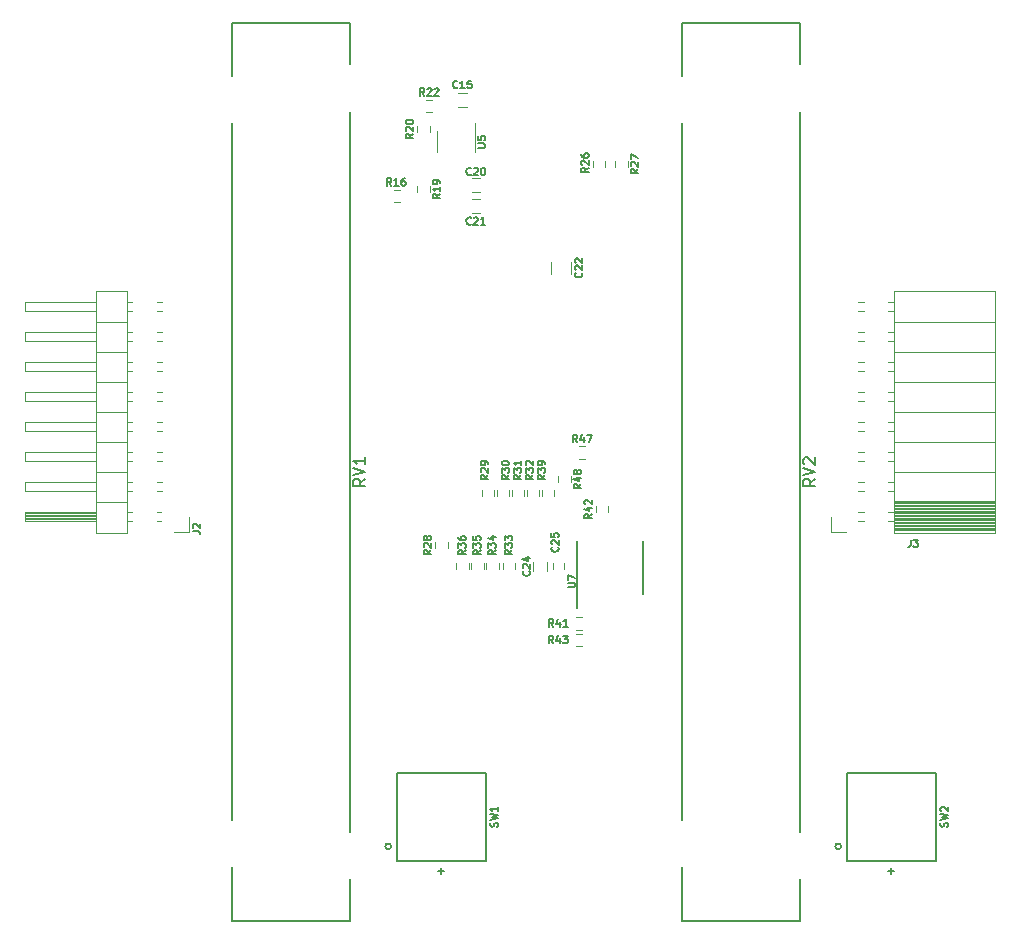
<source format=gbr>
G04 #@! TF.FileFunction,Legend,Top*
%FSLAX46Y46*%
G04 Gerber Fmt 4.6, Leading zero omitted, Abs format (unit mm)*
G04 Created by KiCad (PCBNEW 4.0.7) date Fri Jul 13 22:00:20 2018*
%MOMM*%
%LPD*%
G01*
G04 APERTURE LIST*
%ADD10C,0.100000*%
%ADD11C,0.120000*%
%ADD12C,0.150000*%
%ADD13C,0.127000*%
G04 APERTURE END LIST*
D10*
D11*
X144950000Y-70774000D02*
X145650000Y-70774000D01*
X145650000Y-71974000D02*
X144950000Y-71974000D01*
X146781000Y-79213000D02*
X146081000Y-79213000D01*
X146081000Y-78013000D02*
X146781000Y-78013000D01*
X146781000Y-80991000D02*
X146081000Y-80991000D01*
X146081000Y-79791000D02*
X146781000Y-79791000D01*
X116924000Y-108010000D02*
X116924000Y-87570000D01*
X116924000Y-87570000D02*
X114264000Y-87570000D01*
X114264000Y-87570000D02*
X114264000Y-108010000D01*
X114264000Y-108010000D02*
X116924000Y-108010000D01*
X114264000Y-107060000D02*
X108264000Y-107060000D01*
X108264000Y-107060000D02*
X108264000Y-106300000D01*
X108264000Y-106300000D02*
X114264000Y-106300000D01*
X114264000Y-107000000D02*
X108264000Y-107000000D01*
X114264000Y-106880000D02*
X108264000Y-106880000D01*
X114264000Y-106760000D02*
X108264000Y-106760000D01*
X114264000Y-106640000D02*
X108264000Y-106640000D01*
X114264000Y-106520000D02*
X108264000Y-106520000D01*
X114264000Y-106400000D02*
X108264000Y-106400000D01*
X117321071Y-107060000D02*
X116924000Y-107060000D01*
X117321071Y-106300000D02*
X116924000Y-106300000D01*
X119794000Y-107060000D02*
X119406929Y-107060000D01*
X119794000Y-106300000D02*
X119406929Y-106300000D01*
X116924000Y-105410000D02*
X114264000Y-105410000D01*
X114264000Y-104520000D02*
X108264000Y-104520000D01*
X108264000Y-104520000D02*
X108264000Y-103760000D01*
X108264000Y-103760000D02*
X114264000Y-103760000D01*
X117321071Y-104520000D02*
X116924000Y-104520000D01*
X117321071Y-103760000D02*
X116924000Y-103760000D01*
X119861071Y-104520000D02*
X119406929Y-104520000D01*
X119861071Y-103760000D02*
X119406929Y-103760000D01*
X116924000Y-102870000D02*
X114264000Y-102870000D01*
X114264000Y-101980000D02*
X108264000Y-101980000D01*
X108264000Y-101980000D02*
X108264000Y-101220000D01*
X108264000Y-101220000D02*
X114264000Y-101220000D01*
X117321071Y-101980000D02*
X116924000Y-101980000D01*
X117321071Y-101220000D02*
X116924000Y-101220000D01*
X119861071Y-101980000D02*
X119406929Y-101980000D01*
X119861071Y-101220000D02*
X119406929Y-101220000D01*
X116924000Y-100330000D02*
X114264000Y-100330000D01*
X114264000Y-99440000D02*
X108264000Y-99440000D01*
X108264000Y-99440000D02*
X108264000Y-98680000D01*
X108264000Y-98680000D02*
X114264000Y-98680000D01*
X117321071Y-99440000D02*
X116924000Y-99440000D01*
X117321071Y-98680000D02*
X116924000Y-98680000D01*
X119861071Y-99440000D02*
X119406929Y-99440000D01*
X119861071Y-98680000D02*
X119406929Y-98680000D01*
X116924000Y-97790000D02*
X114264000Y-97790000D01*
X114264000Y-96900000D02*
X108264000Y-96900000D01*
X108264000Y-96900000D02*
X108264000Y-96140000D01*
X108264000Y-96140000D02*
X114264000Y-96140000D01*
X117321071Y-96900000D02*
X116924000Y-96900000D01*
X117321071Y-96140000D02*
X116924000Y-96140000D01*
X119861071Y-96900000D02*
X119406929Y-96900000D01*
X119861071Y-96140000D02*
X119406929Y-96140000D01*
X116924000Y-95250000D02*
X114264000Y-95250000D01*
X114264000Y-94360000D02*
X108264000Y-94360000D01*
X108264000Y-94360000D02*
X108264000Y-93600000D01*
X108264000Y-93600000D02*
X114264000Y-93600000D01*
X117321071Y-94360000D02*
X116924000Y-94360000D01*
X117321071Y-93600000D02*
X116924000Y-93600000D01*
X119861071Y-94360000D02*
X119406929Y-94360000D01*
X119861071Y-93600000D02*
X119406929Y-93600000D01*
X116924000Y-92710000D02*
X114264000Y-92710000D01*
X114264000Y-91820000D02*
X108264000Y-91820000D01*
X108264000Y-91820000D02*
X108264000Y-91060000D01*
X108264000Y-91060000D02*
X114264000Y-91060000D01*
X117321071Y-91820000D02*
X116924000Y-91820000D01*
X117321071Y-91060000D02*
X116924000Y-91060000D01*
X119861071Y-91820000D02*
X119406929Y-91820000D01*
X119861071Y-91060000D02*
X119406929Y-91060000D01*
X116924000Y-90170000D02*
X114264000Y-90170000D01*
X114264000Y-89280000D02*
X108264000Y-89280000D01*
X108264000Y-89280000D02*
X108264000Y-88520000D01*
X108264000Y-88520000D02*
X114264000Y-88520000D01*
X117321071Y-89280000D02*
X116924000Y-89280000D01*
X117321071Y-88520000D02*
X116924000Y-88520000D01*
X119861071Y-89280000D02*
X119406929Y-89280000D01*
X119861071Y-88520000D02*
X119406929Y-88520000D01*
X122174000Y-106680000D02*
X122174000Y-107950000D01*
X122174000Y-107950000D02*
X120904000Y-107950000D01*
X181800000Y-108010000D02*
X181800000Y-105410000D01*
X181800000Y-105410000D02*
X190430000Y-105410000D01*
X190430000Y-105410000D02*
X190430000Y-108010000D01*
X190430000Y-108010000D02*
X181800000Y-108010000D01*
X181370000Y-107060000D02*
X181800000Y-107060000D01*
X181370000Y-106300000D02*
X181800000Y-106300000D01*
X178830000Y-107060000D02*
X179310000Y-107060000D01*
X178830000Y-106300000D02*
X179310000Y-106300000D01*
X181800000Y-107830000D02*
X190430000Y-107830000D01*
X181800000Y-107710000D02*
X190430000Y-107710000D01*
X181800000Y-107590000D02*
X190430000Y-107590000D01*
X181800000Y-107470000D02*
X190430000Y-107470000D01*
X181800000Y-107350000D02*
X190430000Y-107350000D01*
X181800000Y-107230000D02*
X190430000Y-107230000D01*
X181800000Y-107110000D02*
X190430000Y-107110000D01*
X181800000Y-106990000D02*
X190430000Y-106990000D01*
X181800000Y-106870000D02*
X190430000Y-106870000D01*
X181800000Y-106750000D02*
X190430000Y-106750000D01*
X181800000Y-106630000D02*
X190430000Y-106630000D01*
X181800000Y-106510000D02*
X190430000Y-106510000D01*
X181800000Y-106390000D02*
X190430000Y-106390000D01*
X181800000Y-106270000D02*
X190430000Y-106270000D01*
X181800000Y-106150000D02*
X190430000Y-106150000D01*
X181800000Y-106030000D02*
X190430000Y-106030000D01*
X181800000Y-105910000D02*
X190430000Y-105910000D01*
X181800000Y-105790000D02*
X190430000Y-105790000D01*
X181800000Y-105670000D02*
X190430000Y-105670000D01*
X181800000Y-105550000D02*
X190430000Y-105550000D01*
X181800000Y-105430000D02*
X190430000Y-105430000D01*
X181800000Y-105310000D02*
X190430000Y-105310000D01*
X181800000Y-105410000D02*
X181800000Y-102870000D01*
X181800000Y-102870000D02*
X190430000Y-102870000D01*
X190430000Y-102870000D02*
X190430000Y-105410000D01*
X190430000Y-105410000D02*
X181800000Y-105410000D01*
X181370000Y-104520000D02*
X181800000Y-104520000D01*
X181370000Y-103760000D02*
X181800000Y-103760000D01*
X178830000Y-104520000D02*
X179310000Y-104520000D01*
X178830000Y-103760000D02*
X179310000Y-103760000D01*
X181800000Y-102870000D02*
X181800000Y-100330000D01*
X181800000Y-100330000D02*
X190430000Y-100330000D01*
X190430000Y-100330000D02*
X190430000Y-102870000D01*
X190430000Y-102870000D02*
X181800000Y-102870000D01*
X181370000Y-101980000D02*
X181800000Y-101980000D01*
X181370000Y-101220000D02*
X181800000Y-101220000D01*
X178830000Y-101980000D02*
X179310000Y-101980000D01*
X178830000Y-101220000D02*
X179310000Y-101220000D01*
X181800000Y-100330000D02*
X181800000Y-97790000D01*
X181800000Y-97790000D02*
X190430000Y-97790000D01*
X190430000Y-97790000D02*
X190430000Y-100330000D01*
X190430000Y-100330000D02*
X181800000Y-100330000D01*
X181370000Y-99440000D02*
X181800000Y-99440000D01*
X181370000Y-98680000D02*
X181800000Y-98680000D01*
X178830000Y-99440000D02*
X179310000Y-99440000D01*
X178830000Y-98680000D02*
X179310000Y-98680000D01*
X181800000Y-97790000D02*
X181800000Y-95250000D01*
X181800000Y-95250000D02*
X190430000Y-95250000D01*
X190430000Y-95250000D02*
X190430000Y-97790000D01*
X190430000Y-97790000D02*
X181800000Y-97790000D01*
X181370000Y-96900000D02*
X181800000Y-96900000D01*
X181370000Y-96140000D02*
X181800000Y-96140000D01*
X178830000Y-96900000D02*
X179310000Y-96900000D01*
X178830000Y-96140000D02*
X179310000Y-96140000D01*
X181800000Y-95250000D02*
X181800000Y-92710000D01*
X181800000Y-92710000D02*
X190430000Y-92710000D01*
X190430000Y-92710000D02*
X190430000Y-95250000D01*
X190430000Y-95250000D02*
X181800000Y-95250000D01*
X181370000Y-94360000D02*
X181800000Y-94360000D01*
X181370000Y-93600000D02*
X181800000Y-93600000D01*
X178830000Y-94360000D02*
X179310000Y-94360000D01*
X178830000Y-93600000D02*
X179310000Y-93600000D01*
X181800000Y-92710000D02*
X181800000Y-90170000D01*
X181800000Y-90170000D02*
X190430000Y-90170000D01*
X190430000Y-90170000D02*
X190430000Y-92710000D01*
X190430000Y-92710000D02*
X181800000Y-92710000D01*
X181370000Y-91820000D02*
X181800000Y-91820000D01*
X181370000Y-91060000D02*
X181800000Y-91060000D01*
X178830000Y-91820000D02*
X179310000Y-91820000D01*
X178830000Y-91060000D02*
X179310000Y-91060000D01*
X181800000Y-90170000D02*
X181800000Y-87570000D01*
X181800000Y-87570000D02*
X190430000Y-87570000D01*
X190430000Y-87570000D02*
X190430000Y-90170000D01*
X190430000Y-90170000D02*
X181800000Y-90170000D01*
X181370000Y-89280000D02*
X181800000Y-89280000D01*
X181370000Y-88520000D02*
X181800000Y-88520000D01*
X178830000Y-89280000D02*
X179310000Y-89280000D01*
X178830000Y-88520000D02*
X179310000Y-88520000D01*
X177800000Y-107950000D02*
X176530000Y-107950000D01*
X176530000Y-107950000D02*
X176530000Y-106680000D01*
X140008000Y-78972000D02*
X139508000Y-78972000D01*
X139508000Y-80032000D02*
X140008000Y-80032000D01*
X141456000Y-78686000D02*
X141456000Y-79186000D01*
X142516000Y-79186000D02*
X142516000Y-78686000D01*
X141456000Y-73606000D02*
X141456000Y-74106000D01*
X142516000Y-74106000D02*
X142516000Y-73606000D01*
X142744000Y-71352000D02*
X142244000Y-71352000D01*
X142244000Y-72412000D02*
X142744000Y-72412000D01*
X143170000Y-74030000D02*
X143170000Y-75830000D01*
X146390000Y-75830000D02*
X146390000Y-73380000D01*
X154520000Y-86098000D02*
X154520000Y-85098000D01*
X152820000Y-85098000D02*
X152820000Y-86098000D01*
X151292000Y-111233000D02*
X151292000Y-110533000D01*
X152492000Y-110533000D02*
X152492000Y-111233000D01*
X153886000Y-111121000D02*
X153886000Y-110621000D01*
X152946000Y-110621000D02*
X152946000Y-111121000D01*
X157375000Y-77085000D02*
X157375000Y-76585000D01*
X156315000Y-76585000D02*
X156315000Y-77085000D01*
X159280000Y-77085000D02*
X159280000Y-76585000D01*
X158220000Y-76585000D02*
X158220000Y-77085000D01*
X144040000Y-109343000D02*
X144040000Y-108843000D01*
X142980000Y-108843000D02*
X142980000Y-109343000D01*
X147977000Y-104898000D02*
X147977000Y-104398000D01*
X146917000Y-104398000D02*
X146917000Y-104898000D01*
X149247000Y-104898000D02*
X149247000Y-104398000D01*
X148187000Y-104398000D02*
X148187000Y-104898000D01*
X150517000Y-104898000D02*
X150517000Y-104398000D01*
X149457000Y-104398000D02*
X149457000Y-104898000D01*
X151787000Y-104898000D02*
X151787000Y-104398000D01*
X150727000Y-104398000D02*
X150727000Y-104898000D01*
X149755000Y-111121000D02*
X149755000Y-110621000D01*
X148695000Y-110621000D02*
X148695000Y-111121000D01*
X148358000Y-111121000D02*
X148358000Y-110621000D01*
X147298000Y-110621000D02*
X147298000Y-111121000D01*
X147088000Y-111121000D02*
X147088000Y-110621000D01*
X146028000Y-110621000D02*
X146028000Y-111121000D01*
X145818000Y-111121000D02*
X145818000Y-110621000D01*
X144758000Y-110621000D02*
X144758000Y-111121000D01*
X151997000Y-104398000D02*
X151997000Y-104898000D01*
X153057000Y-104898000D02*
X153057000Y-104398000D01*
X154944000Y-116227000D02*
X155444000Y-116227000D01*
X155444000Y-115167000D02*
X154944000Y-115167000D01*
X156569000Y-105795000D02*
X156569000Y-106295000D01*
X157629000Y-106295000D02*
X157629000Y-105795000D01*
X154944000Y-117624000D02*
X155444000Y-117624000D01*
X155444000Y-116564000D02*
X154944000Y-116564000D01*
D12*
X139260000Y-134580000D02*
G75*
G03X139260000Y-134580000I-250000J0D01*
G01*
X139760000Y-135830000D02*
X139760000Y-128330000D01*
X147260000Y-135830000D02*
X139760000Y-135830000D01*
X147260000Y-128330000D02*
X147260000Y-135830000D01*
X139760000Y-128330000D02*
X147260000Y-128330000D01*
X143256000Y-136652000D02*
X143764000Y-136652000D01*
X143510000Y-136398000D02*
X143510000Y-136906000D01*
X177360000Y-134580000D02*
G75*
G03X177360000Y-134580000I-250000J0D01*
G01*
X177860000Y-135830000D02*
X177860000Y-128330000D01*
X185360000Y-135830000D02*
X177860000Y-135830000D01*
X185360000Y-128330000D02*
X185360000Y-135830000D01*
X177860000Y-128330000D02*
X185360000Y-128330000D01*
X181356000Y-136652000D02*
X181864000Y-136652000D01*
X181610000Y-136398000D02*
X181610000Y-136906000D01*
X160586000Y-113248000D02*
X160586000Y-108748000D01*
X155036000Y-114373000D02*
X155036000Y-108748000D01*
D11*
X155698000Y-100689000D02*
X155198000Y-100689000D01*
X155198000Y-101749000D02*
X155698000Y-101749000D01*
X154454000Y-103755000D02*
X154454000Y-103255000D01*
X153394000Y-103255000D02*
X153394000Y-103755000D01*
D12*
X125810000Y-64870000D02*
X125810000Y-69370000D01*
X135810000Y-64870000D02*
X125810000Y-64870000D01*
X135810000Y-68370000D02*
X135810000Y-64870000D01*
X135810000Y-133370000D02*
X135810000Y-72370000D01*
X125810000Y-132370000D02*
X125810000Y-73370000D01*
X135810000Y-140870000D02*
X135810000Y-137370000D01*
X125810000Y-140870000D02*
X135810000Y-140870000D01*
X125810000Y-140870000D02*
X125810000Y-136370000D01*
X163910000Y-64870000D02*
X163910000Y-69370000D01*
X173910000Y-64870000D02*
X163910000Y-64870000D01*
X173910000Y-68370000D02*
X173910000Y-64870000D01*
X173910000Y-133370000D02*
X173910000Y-72370000D01*
X163910000Y-132370000D02*
X163910000Y-73370000D01*
X173910000Y-140870000D02*
X173910000Y-137370000D01*
X163910000Y-140870000D02*
X173910000Y-140870000D01*
X163910000Y-140870000D02*
X163910000Y-136370000D01*
D13*
X144879786Y-70330786D02*
X144849548Y-70361024D01*
X144758833Y-70391262D01*
X144698357Y-70391262D01*
X144607643Y-70361024D01*
X144547167Y-70300548D01*
X144516928Y-70240071D01*
X144486690Y-70119119D01*
X144486690Y-70028405D01*
X144516928Y-69907452D01*
X144547167Y-69846976D01*
X144607643Y-69786500D01*
X144698357Y-69756262D01*
X144758833Y-69756262D01*
X144849548Y-69786500D01*
X144879786Y-69816738D01*
X145484548Y-70391262D02*
X145121690Y-70391262D01*
X145303119Y-70391262D02*
X145303119Y-69756262D01*
X145242643Y-69846976D01*
X145182167Y-69907452D01*
X145121690Y-69937690D01*
X146059071Y-69756262D02*
X145756690Y-69756262D01*
X145726452Y-70058643D01*
X145756690Y-70028405D01*
X145817167Y-69998167D01*
X145968357Y-69998167D01*
X146028833Y-70028405D01*
X146059071Y-70058643D01*
X146089310Y-70119119D01*
X146089310Y-70270310D01*
X146059071Y-70330786D01*
X146028833Y-70361024D01*
X145968357Y-70391262D01*
X145817167Y-70391262D01*
X145756690Y-70361024D01*
X145726452Y-70330786D01*
X146022786Y-77696786D02*
X145992548Y-77727024D01*
X145901833Y-77757262D01*
X145841357Y-77757262D01*
X145750643Y-77727024D01*
X145690167Y-77666548D01*
X145659928Y-77606071D01*
X145629690Y-77485119D01*
X145629690Y-77394405D01*
X145659928Y-77273452D01*
X145690167Y-77212976D01*
X145750643Y-77152500D01*
X145841357Y-77122262D01*
X145901833Y-77122262D01*
X145992548Y-77152500D01*
X146022786Y-77182738D01*
X146264690Y-77182738D02*
X146294928Y-77152500D01*
X146355405Y-77122262D01*
X146506595Y-77122262D01*
X146567071Y-77152500D01*
X146597309Y-77182738D01*
X146627548Y-77243214D01*
X146627548Y-77303690D01*
X146597309Y-77394405D01*
X146234452Y-77757262D01*
X146627548Y-77757262D01*
X147020643Y-77122262D02*
X147081119Y-77122262D01*
X147141595Y-77152500D01*
X147171833Y-77182738D01*
X147202071Y-77243214D01*
X147232310Y-77364167D01*
X147232310Y-77515357D01*
X147202071Y-77636310D01*
X147171833Y-77696786D01*
X147141595Y-77727024D01*
X147081119Y-77757262D01*
X147020643Y-77757262D01*
X146960167Y-77727024D01*
X146929929Y-77696786D01*
X146899690Y-77636310D01*
X146869452Y-77515357D01*
X146869452Y-77364167D01*
X146899690Y-77243214D01*
X146929929Y-77182738D01*
X146960167Y-77152500D01*
X147020643Y-77122262D01*
X146022786Y-81887786D02*
X145992548Y-81918024D01*
X145901833Y-81948262D01*
X145841357Y-81948262D01*
X145750643Y-81918024D01*
X145690167Y-81857548D01*
X145659928Y-81797071D01*
X145629690Y-81676119D01*
X145629690Y-81585405D01*
X145659928Y-81464452D01*
X145690167Y-81403976D01*
X145750643Y-81343500D01*
X145841357Y-81313262D01*
X145901833Y-81313262D01*
X145992548Y-81343500D01*
X146022786Y-81373738D01*
X146264690Y-81373738D02*
X146294928Y-81343500D01*
X146355405Y-81313262D01*
X146506595Y-81313262D01*
X146567071Y-81343500D01*
X146597309Y-81373738D01*
X146627548Y-81434214D01*
X146627548Y-81494690D01*
X146597309Y-81585405D01*
X146234452Y-81948262D01*
X146627548Y-81948262D01*
X147232310Y-81948262D02*
X146869452Y-81948262D01*
X147050881Y-81948262D02*
X147050881Y-81313262D01*
X146990405Y-81403976D01*
X146929929Y-81464452D01*
X146869452Y-81494690D01*
X122461262Y-107907667D02*
X122914833Y-107907667D01*
X123005548Y-107937905D01*
X123066024Y-107998381D01*
X123096262Y-108089096D01*
X123096262Y-108149572D01*
X122521738Y-107635524D02*
X122491500Y-107605286D01*
X122461262Y-107544809D01*
X122461262Y-107393619D01*
X122491500Y-107333143D01*
X122521738Y-107302905D01*
X122582214Y-107272666D01*
X122642690Y-107272666D01*
X122733405Y-107302905D01*
X123096262Y-107665762D01*
X123096262Y-107272666D01*
X183238333Y-108602262D02*
X183238333Y-109055833D01*
X183208095Y-109146548D01*
X183147619Y-109207024D01*
X183056904Y-109237262D01*
X182996428Y-109237262D01*
X183480238Y-108602262D02*
X183873334Y-108602262D01*
X183661667Y-108844167D01*
X183752381Y-108844167D01*
X183812857Y-108874405D01*
X183843095Y-108904643D01*
X183873334Y-108965119D01*
X183873334Y-109116310D01*
X183843095Y-109176786D01*
X183812857Y-109207024D01*
X183752381Y-109237262D01*
X183570953Y-109237262D01*
X183510476Y-109207024D01*
X183480238Y-109176786D01*
X139291786Y-78646262D02*
X139080119Y-78343881D01*
X138928928Y-78646262D02*
X138928928Y-78011262D01*
X139170833Y-78011262D01*
X139231309Y-78041500D01*
X139261548Y-78071738D01*
X139291786Y-78132214D01*
X139291786Y-78222929D01*
X139261548Y-78283405D01*
X139231309Y-78313643D01*
X139170833Y-78343881D01*
X138928928Y-78343881D01*
X139896548Y-78646262D02*
X139533690Y-78646262D01*
X139715119Y-78646262D02*
X139715119Y-78011262D01*
X139654643Y-78101976D01*
X139594167Y-78162452D01*
X139533690Y-78192690D01*
X140440833Y-78011262D02*
X140319881Y-78011262D01*
X140259405Y-78041500D01*
X140229167Y-78071738D01*
X140168690Y-78162452D01*
X140138452Y-78283405D01*
X140138452Y-78525310D01*
X140168690Y-78585786D01*
X140198929Y-78616024D01*
X140259405Y-78646262D01*
X140380357Y-78646262D01*
X140440833Y-78616024D01*
X140471071Y-78585786D01*
X140501310Y-78525310D01*
X140501310Y-78374119D01*
X140471071Y-78313643D01*
X140440833Y-78283405D01*
X140380357Y-78253167D01*
X140259405Y-78253167D01*
X140198929Y-78283405D01*
X140168690Y-78313643D01*
X140138452Y-78374119D01*
X143416262Y-79344214D02*
X143113881Y-79555881D01*
X143416262Y-79707072D02*
X142781262Y-79707072D01*
X142781262Y-79465167D01*
X142811500Y-79404691D01*
X142841738Y-79374452D01*
X142902214Y-79344214D01*
X142992929Y-79344214D01*
X143053405Y-79374452D01*
X143083643Y-79404691D01*
X143113881Y-79465167D01*
X143113881Y-79707072D01*
X143416262Y-78739452D02*
X143416262Y-79102310D01*
X143416262Y-78920881D02*
X142781262Y-78920881D01*
X142871976Y-78981357D01*
X142932452Y-79041833D01*
X142962690Y-79102310D01*
X143416262Y-78437071D02*
X143416262Y-78316119D01*
X143386024Y-78255643D01*
X143355786Y-78225405D01*
X143265071Y-78164929D01*
X143144119Y-78134690D01*
X142902214Y-78134690D01*
X142841738Y-78164929D01*
X142811500Y-78195167D01*
X142781262Y-78255643D01*
X142781262Y-78376595D01*
X142811500Y-78437071D01*
X142841738Y-78467310D01*
X142902214Y-78497548D01*
X143053405Y-78497548D01*
X143113881Y-78467310D01*
X143144119Y-78437071D01*
X143174357Y-78376595D01*
X143174357Y-78255643D01*
X143144119Y-78195167D01*
X143113881Y-78164929D01*
X143053405Y-78134690D01*
X141130262Y-74264214D02*
X140827881Y-74475881D01*
X141130262Y-74627072D02*
X140495262Y-74627072D01*
X140495262Y-74385167D01*
X140525500Y-74324691D01*
X140555738Y-74294452D01*
X140616214Y-74264214D01*
X140706929Y-74264214D01*
X140767405Y-74294452D01*
X140797643Y-74324691D01*
X140827881Y-74385167D01*
X140827881Y-74627072D01*
X140555738Y-74022310D02*
X140525500Y-73992072D01*
X140495262Y-73931595D01*
X140495262Y-73780405D01*
X140525500Y-73719929D01*
X140555738Y-73689691D01*
X140616214Y-73659452D01*
X140676690Y-73659452D01*
X140767405Y-73689691D01*
X141130262Y-74052548D01*
X141130262Y-73659452D01*
X140495262Y-73266357D02*
X140495262Y-73205881D01*
X140525500Y-73145405D01*
X140555738Y-73115167D01*
X140616214Y-73084929D01*
X140737167Y-73054690D01*
X140888357Y-73054690D01*
X141009310Y-73084929D01*
X141069786Y-73115167D01*
X141100024Y-73145405D01*
X141130262Y-73205881D01*
X141130262Y-73266357D01*
X141100024Y-73326833D01*
X141069786Y-73357071D01*
X141009310Y-73387310D01*
X140888357Y-73417548D01*
X140737167Y-73417548D01*
X140616214Y-73387310D01*
X140555738Y-73357071D01*
X140525500Y-73326833D01*
X140495262Y-73266357D01*
X142085786Y-71026262D02*
X141874119Y-70723881D01*
X141722928Y-71026262D02*
X141722928Y-70391262D01*
X141964833Y-70391262D01*
X142025309Y-70421500D01*
X142055548Y-70451738D01*
X142085786Y-70512214D01*
X142085786Y-70602929D01*
X142055548Y-70663405D01*
X142025309Y-70693643D01*
X141964833Y-70723881D01*
X141722928Y-70723881D01*
X142327690Y-70451738D02*
X142357928Y-70421500D01*
X142418405Y-70391262D01*
X142569595Y-70391262D01*
X142630071Y-70421500D01*
X142660309Y-70451738D01*
X142690548Y-70512214D01*
X142690548Y-70572690D01*
X142660309Y-70663405D01*
X142297452Y-71026262D01*
X142690548Y-71026262D01*
X142932452Y-70451738D02*
X142962690Y-70421500D01*
X143023167Y-70391262D01*
X143174357Y-70391262D01*
X143234833Y-70421500D01*
X143265071Y-70451738D01*
X143295310Y-70512214D01*
X143295310Y-70572690D01*
X143265071Y-70663405D01*
X142902214Y-71026262D01*
X143295310Y-71026262D01*
X146591262Y-75413810D02*
X147105310Y-75413810D01*
X147165786Y-75383571D01*
X147196024Y-75353333D01*
X147226262Y-75292857D01*
X147226262Y-75171905D01*
X147196024Y-75111429D01*
X147165786Y-75081190D01*
X147105310Y-75050952D01*
X146591262Y-75050952D01*
X146591262Y-74446191D02*
X146591262Y-74748572D01*
X146893643Y-74778810D01*
X146863405Y-74748572D01*
X146833167Y-74688095D01*
X146833167Y-74536905D01*
X146863405Y-74476429D01*
X146893643Y-74446191D01*
X146954119Y-74415952D01*
X147105310Y-74415952D01*
X147165786Y-74446191D01*
X147196024Y-74476429D01*
X147226262Y-74536905D01*
X147226262Y-74688095D01*
X147196024Y-74748572D01*
X147165786Y-74778810D01*
X155396786Y-86006214D02*
X155427024Y-86036452D01*
X155457262Y-86127167D01*
X155457262Y-86187643D01*
X155427024Y-86278357D01*
X155366548Y-86338833D01*
X155306071Y-86369072D01*
X155185119Y-86399310D01*
X155094405Y-86399310D01*
X154973452Y-86369072D01*
X154912976Y-86338833D01*
X154852500Y-86278357D01*
X154822262Y-86187643D01*
X154822262Y-86127167D01*
X154852500Y-86036452D01*
X154882738Y-86006214D01*
X154882738Y-85764310D02*
X154852500Y-85734072D01*
X154822262Y-85673595D01*
X154822262Y-85522405D01*
X154852500Y-85461929D01*
X154882738Y-85431691D01*
X154943214Y-85401452D01*
X155003690Y-85401452D01*
X155094405Y-85431691D01*
X155457262Y-85794548D01*
X155457262Y-85401452D01*
X154882738Y-85159548D02*
X154852500Y-85129310D01*
X154822262Y-85068833D01*
X154822262Y-84917643D01*
X154852500Y-84857167D01*
X154882738Y-84826929D01*
X154943214Y-84796690D01*
X155003690Y-84796690D01*
X155094405Y-84826929D01*
X155457262Y-85189786D01*
X155457262Y-84796690D01*
X150975786Y-111279214D02*
X151006024Y-111309452D01*
X151036262Y-111400167D01*
X151036262Y-111460643D01*
X151006024Y-111551357D01*
X150945548Y-111611833D01*
X150885071Y-111642072D01*
X150764119Y-111672310D01*
X150673405Y-111672310D01*
X150552452Y-111642072D01*
X150491976Y-111611833D01*
X150431500Y-111551357D01*
X150401262Y-111460643D01*
X150401262Y-111400167D01*
X150431500Y-111309452D01*
X150461738Y-111279214D01*
X150461738Y-111037310D02*
X150431500Y-111007072D01*
X150401262Y-110946595D01*
X150401262Y-110795405D01*
X150431500Y-110734929D01*
X150461738Y-110704691D01*
X150522214Y-110674452D01*
X150582690Y-110674452D01*
X150673405Y-110704691D01*
X151036262Y-111067548D01*
X151036262Y-110674452D01*
X150612929Y-110130167D02*
X151036262Y-110130167D01*
X150371024Y-110281357D02*
X150824595Y-110432548D01*
X150824595Y-110039452D01*
X153388786Y-109247214D02*
X153419024Y-109277452D01*
X153449262Y-109368167D01*
X153449262Y-109428643D01*
X153419024Y-109519357D01*
X153358548Y-109579833D01*
X153298071Y-109610072D01*
X153177119Y-109640310D01*
X153086405Y-109640310D01*
X152965452Y-109610072D01*
X152904976Y-109579833D01*
X152844500Y-109519357D01*
X152814262Y-109428643D01*
X152814262Y-109368167D01*
X152844500Y-109277452D01*
X152874738Y-109247214D01*
X152874738Y-109005310D02*
X152844500Y-108975072D01*
X152814262Y-108914595D01*
X152814262Y-108763405D01*
X152844500Y-108702929D01*
X152874738Y-108672691D01*
X152935214Y-108642452D01*
X152995690Y-108642452D01*
X153086405Y-108672691D01*
X153449262Y-109035548D01*
X153449262Y-108642452D01*
X152814262Y-108067929D02*
X152814262Y-108370310D01*
X153116643Y-108400548D01*
X153086405Y-108370310D01*
X153056167Y-108309833D01*
X153056167Y-108158643D01*
X153086405Y-108098167D01*
X153116643Y-108067929D01*
X153177119Y-108037690D01*
X153328310Y-108037690D01*
X153388786Y-108067929D01*
X153419024Y-108098167D01*
X153449262Y-108158643D01*
X153449262Y-108309833D01*
X153419024Y-108370310D01*
X153388786Y-108400548D01*
X155989262Y-77116214D02*
X155686881Y-77327881D01*
X155989262Y-77479072D02*
X155354262Y-77479072D01*
X155354262Y-77237167D01*
X155384500Y-77176691D01*
X155414738Y-77146452D01*
X155475214Y-77116214D01*
X155565929Y-77116214D01*
X155626405Y-77146452D01*
X155656643Y-77176691D01*
X155686881Y-77237167D01*
X155686881Y-77479072D01*
X155414738Y-76874310D02*
X155384500Y-76844072D01*
X155354262Y-76783595D01*
X155354262Y-76632405D01*
X155384500Y-76571929D01*
X155414738Y-76541691D01*
X155475214Y-76511452D01*
X155535690Y-76511452D01*
X155626405Y-76541691D01*
X155989262Y-76904548D01*
X155989262Y-76511452D01*
X155354262Y-75967167D02*
X155354262Y-76088119D01*
X155384500Y-76148595D01*
X155414738Y-76178833D01*
X155505452Y-76239310D01*
X155626405Y-76269548D01*
X155868310Y-76269548D01*
X155928786Y-76239310D01*
X155959024Y-76209071D01*
X155989262Y-76148595D01*
X155989262Y-76027643D01*
X155959024Y-75967167D01*
X155928786Y-75936929D01*
X155868310Y-75906690D01*
X155717119Y-75906690D01*
X155656643Y-75936929D01*
X155626405Y-75967167D01*
X155596167Y-76027643D01*
X155596167Y-76148595D01*
X155626405Y-76209071D01*
X155656643Y-76239310D01*
X155717119Y-76269548D01*
X160180262Y-77243214D02*
X159877881Y-77454881D01*
X160180262Y-77606072D02*
X159545262Y-77606072D01*
X159545262Y-77364167D01*
X159575500Y-77303691D01*
X159605738Y-77273452D01*
X159666214Y-77243214D01*
X159756929Y-77243214D01*
X159817405Y-77273452D01*
X159847643Y-77303691D01*
X159877881Y-77364167D01*
X159877881Y-77606072D01*
X159605738Y-77001310D02*
X159575500Y-76971072D01*
X159545262Y-76910595D01*
X159545262Y-76759405D01*
X159575500Y-76698929D01*
X159605738Y-76668691D01*
X159666214Y-76638452D01*
X159726690Y-76638452D01*
X159817405Y-76668691D01*
X160180262Y-77031548D01*
X160180262Y-76638452D01*
X159545262Y-76426786D02*
X159545262Y-76003452D01*
X160180262Y-76275595D01*
X142654262Y-109501214D02*
X142351881Y-109712881D01*
X142654262Y-109864072D02*
X142019262Y-109864072D01*
X142019262Y-109622167D01*
X142049500Y-109561691D01*
X142079738Y-109531452D01*
X142140214Y-109501214D01*
X142230929Y-109501214D01*
X142291405Y-109531452D01*
X142321643Y-109561691D01*
X142351881Y-109622167D01*
X142351881Y-109864072D01*
X142079738Y-109259310D02*
X142049500Y-109229072D01*
X142019262Y-109168595D01*
X142019262Y-109017405D01*
X142049500Y-108956929D01*
X142079738Y-108926691D01*
X142140214Y-108896452D01*
X142200690Y-108896452D01*
X142291405Y-108926691D01*
X142654262Y-109289548D01*
X142654262Y-108896452D01*
X142291405Y-108533595D02*
X142261167Y-108594071D01*
X142230929Y-108624310D01*
X142170452Y-108654548D01*
X142140214Y-108654548D01*
X142079738Y-108624310D01*
X142049500Y-108594071D01*
X142019262Y-108533595D01*
X142019262Y-108412643D01*
X142049500Y-108352167D01*
X142079738Y-108321929D01*
X142140214Y-108291690D01*
X142170452Y-108291690D01*
X142230929Y-108321929D01*
X142261167Y-108352167D01*
X142291405Y-108412643D01*
X142291405Y-108533595D01*
X142321643Y-108594071D01*
X142351881Y-108624310D01*
X142412357Y-108654548D01*
X142533310Y-108654548D01*
X142593786Y-108624310D01*
X142624024Y-108594071D01*
X142654262Y-108533595D01*
X142654262Y-108412643D01*
X142624024Y-108352167D01*
X142593786Y-108321929D01*
X142533310Y-108291690D01*
X142412357Y-108291690D01*
X142351881Y-108321929D01*
X142321643Y-108352167D01*
X142291405Y-108412643D01*
X147480262Y-103151214D02*
X147177881Y-103362881D01*
X147480262Y-103514072D02*
X146845262Y-103514072D01*
X146845262Y-103272167D01*
X146875500Y-103211691D01*
X146905738Y-103181452D01*
X146966214Y-103151214D01*
X147056929Y-103151214D01*
X147117405Y-103181452D01*
X147147643Y-103211691D01*
X147177881Y-103272167D01*
X147177881Y-103514072D01*
X146905738Y-102909310D02*
X146875500Y-102879072D01*
X146845262Y-102818595D01*
X146845262Y-102667405D01*
X146875500Y-102606929D01*
X146905738Y-102576691D01*
X146966214Y-102546452D01*
X147026690Y-102546452D01*
X147117405Y-102576691D01*
X147480262Y-102939548D01*
X147480262Y-102546452D01*
X147480262Y-102244071D02*
X147480262Y-102123119D01*
X147450024Y-102062643D01*
X147419786Y-102032405D01*
X147329071Y-101971929D01*
X147208119Y-101941690D01*
X146966214Y-101941690D01*
X146905738Y-101971929D01*
X146875500Y-102002167D01*
X146845262Y-102062643D01*
X146845262Y-102183595D01*
X146875500Y-102244071D01*
X146905738Y-102274310D01*
X146966214Y-102304548D01*
X147117405Y-102304548D01*
X147177881Y-102274310D01*
X147208119Y-102244071D01*
X147238357Y-102183595D01*
X147238357Y-102062643D01*
X147208119Y-102002167D01*
X147177881Y-101971929D01*
X147117405Y-101941690D01*
X149258262Y-103151214D02*
X148955881Y-103362881D01*
X149258262Y-103514072D02*
X148623262Y-103514072D01*
X148623262Y-103272167D01*
X148653500Y-103211691D01*
X148683738Y-103181452D01*
X148744214Y-103151214D01*
X148834929Y-103151214D01*
X148895405Y-103181452D01*
X148925643Y-103211691D01*
X148955881Y-103272167D01*
X148955881Y-103514072D01*
X148623262Y-102939548D02*
X148623262Y-102546452D01*
X148865167Y-102758119D01*
X148865167Y-102667405D01*
X148895405Y-102606929D01*
X148925643Y-102576691D01*
X148986119Y-102546452D01*
X149137310Y-102546452D01*
X149197786Y-102576691D01*
X149228024Y-102606929D01*
X149258262Y-102667405D01*
X149258262Y-102848833D01*
X149228024Y-102909310D01*
X149197786Y-102939548D01*
X148623262Y-102153357D02*
X148623262Y-102092881D01*
X148653500Y-102032405D01*
X148683738Y-102002167D01*
X148744214Y-101971929D01*
X148865167Y-101941690D01*
X149016357Y-101941690D01*
X149137310Y-101971929D01*
X149197786Y-102002167D01*
X149228024Y-102032405D01*
X149258262Y-102092881D01*
X149258262Y-102153357D01*
X149228024Y-102213833D01*
X149197786Y-102244071D01*
X149137310Y-102274310D01*
X149016357Y-102304548D01*
X148865167Y-102304548D01*
X148744214Y-102274310D01*
X148683738Y-102244071D01*
X148653500Y-102213833D01*
X148623262Y-102153357D01*
X150274262Y-103151214D02*
X149971881Y-103362881D01*
X150274262Y-103514072D02*
X149639262Y-103514072D01*
X149639262Y-103272167D01*
X149669500Y-103211691D01*
X149699738Y-103181452D01*
X149760214Y-103151214D01*
X149850929Y-103151214D01*
X149911405Y-103181452D01*
X149941643Y-103211691D01*
X149971881Y-103272167D01*
X149971881Y-103514072D01*
X149639262Y-102939548D02*
X149639262Y-102546452D01*
X149881167Y-102758119D01*
X149881167Y-102667405D01*
X149911405Y-102606929D01*
X149941643Y-102576691D01*
X150002119Y-102546452D01*
X150153310Y-102546452D01*
X150213786Y-102576691D01*
X150244024Y-102606929D01*
X150274262Y-102667405D01*
X150274262Y-102848833D01*
X150244024Y-102909310D01*
X150213786Y-102939548D01*
X150274262Y-101941690D02*
X150274262Y-102304548D01*
X150274262Y-102123119D02*
X149639262Y-102123119D01*
X149729976Y-102183595D01*
X149790452Y-102244071D01*
X149820690Y-102304548D01*
X151290262Y-103151214D02*
X150987881Y-103362881D01*
X151290262Y-103514072D02*
X150655262Y-103514072D01*
X150655262Y-103272167D01*
X150685500Y-103211691D01*
X150715738Y-103181452D01*
X150776214Y-103151214D01*
X150866929Y-103151214D01*
X150927405Y-103181452D01*
X150957643Y-103211691D01*
X150987881Y-103272167D01*
X150987881Y-103514072D01*
X150655262Y-102939548D02*
X150655262Y-102546452D01*
X150897167Y-102758119D01*
X150897167Y-102667405D01*
X150927405Y-102606929D01*
X150957643Y-102576691D01*
X151018119Y-102546452D01*
X151169310Y-102546452D01*
X151229786Y-102576691D01*
X151260024Y-102606929D01*
X151290262Y-102667405D01*
X151290262Y-102848833D01*
X151260024Y-102909310D01*
X151229786Y-102939548D01*
X150715738Y-102304548D02*
X150685500Y-102274310D01*
X150655262Y-102213833D01*
X150655262Y-102062643D01*
X150685500Y-102002167D01*
X150715738Y-101971929D01*
X150776214Y-101941690D01*
X150836690Y-101941690D01*
X150927405Y-101971929D01*
X151290262Y-102334786D01*
X151290262Y-101941690D01*
X149512262Y-109501214D02*
X149209881Y-109712881D01*
X149512262Y-109864072D02*
X148877262Y-109864072D01*
X148877262Y-109622167D01*
X148907500Y-109561691D01*
X148937738Y-109531452D01*
X148998214Y-109501214D01*
X149088929Y-109501214D01*
X149149405Y-109531452D01*
X149179643Y-109561691D01*
X149209881Y-109622167D01*
X149209881Y-109864072D01*
X148877262Y-109289548D02*
X148877262Y-108896452D01*
X149119167Y-109108119D01*
X149119167Y-109017405D01*
X149149405Y-108956929D01*
X149179643Y-108926691D01*
X149240119Y-108896452D01*
X149391310Y-108896452D01*
X149451786Y-108926691D01*
X149482024Y-108956929D01*
X149512262Y-109017405D01*
X149512262Y-109198833D01*
X149482024Y-109259310D01*
X149451786Y-109289548D01*
X148877262Y-108684786D02*
X148877262Y-108291690D01*
X149119167Y-108503357D01*
X149119167Y-108412643D01*
X149149405Y-108352167D01*
X149179643Y-108321929D01*
X149240119Y-108291690D01*
X149391310Y-108291690D01*
X149451786Y-108321929D01*
X149482024Y-108352167D01*
X149512262Y-108412643D01*
X149512262Y-108594071D01*
X149482024Y-108654548D01*
X149451786Y-108684786D01*
X148115262Y-109501214D02*
X147812881Y-109712881D01*
X148115262Y-109864072D02*
X147480262Y-109864072D01*
X147480262Y-109622167D01*
X147510500Y-109561691D01*
X147540738Y-109531452D01*
X147601214Y-109501214D01*
X147691929Y-109501214D01*
X147752405Y-109531452D01*
X147782643Y-109561691D01*
X147812881Y-109622167D01*
X147812881Y-109864072D01*
X147480262Y-109289548D02*
X147480262Y-108896452D01*
X147722167Y-109108119D01*
X147722167Y-109017405D01*
X147752405Y-108956929D01*
X147782643Y-108926691D01*
X147843119Y-108896452D01*
X147994310Y-108896452D01*
X148054786Y-108926691D01*
X148085024Y-108956929D01*
X148115262Y-109017405D01*
X148115262Y-109198833D01*
X148085024Y-109259310D01*
X148054786Y-109289548D01*
X147691929Y-108352167D02*
X148115262Y-108352167D01*
X147450024Y-108503357D02*
X147903595Y-108654548D01*
X147903595Y-108261452D01*
X146845262Y-109501214D02*
X146542881Y-109712881D01*
X146845262Y-109864072D02*
X146210262Y-109864072D01*
X146210262Y-109622167D01*
X146240500Y-109561691D01*
X146270738Y-109531452D01*
X146331214Y-109501214D01*
X146421929Y-109501214D01*
X146482405Y-109531452D01*
X146512643Y-109561691D01*
X146542881Y-109622167D01*
X146542881Y-109864072D01*
X146210262Y-109289548D02*
X146210262Y-108896452D01*
X146452167Y-109108119D01*
X146452167Y-109017405D01*
X146482405Y-108956929D01*
X146512643Y-108926691D01*
X146573119Y-108896452D01*
X146724310Y-108896452D01*
X146784786Y-108926691D01*
X146815024Y-108956929D01*
X146845262Y-109017405D01*
X146845262Y-109198833D01*
X146815024Y-109259310D01*
X146784786Y-109289548D01*
X146210262Y-108321929D02*
X146210262Y-108624310D01*
X146512643Y-108654548D01*
X146482405Y-108624310D01*
X146452167Y-108563833D01*
X146452167Y-108412643D01*
X146482405Y-108352167D01*
X146512643Y-108321929D01*
X146573119Y-108291690D01*
X146724310Y-108291690D01*
X146784786Y-108321929D01*
X146815024Y-108352167D01*
X146845262Y-108412643D01*
X146845262Y-108563833D01*
X146815024Y-108624310D01*
X146784786Y-108654548D01*
X145575262Y-109501214D02*
X145272881Y-109712881D01*
X145575262Y-109864072D02*
X144940262Y-109864072D01*
X144940262Y-109622167D01*
X144970500Y-109561691D01*
X145000738Y-109531452D01*
X145061214Y-109501214D01*
X145151929Y-109501214D01*
X145212405Y-109531452D01*
X145242643Y-109561691D01*
X145272881Y-109622167D01*
X145272881Y-109864072D01*
X144940262Y-109289548D02*
X144940262Y-108896452D01*
X145182167Y-109108119D01*
X145182167Y-109017405D01*
X145212405Y-108956929D01*
X145242643Y-108926691D01*
X145303119Y-108896452D01*
X145454310Y-108896452D01*
X145514786Y-108926691D01*
X145545024Y-108956929D01*
X145575262Y-109017405D01*
X145575262Y-109198833D01*
X145545024Y-109259310D01*
X145514786Y-109289548D01*
X144940262Y-108352167D02*
X144940262Y-108473119D01*
X144970500Y-108533595D01*
X145000738Y-108563833D01*
X145091452Y-108624310D01*
X145212405Y-108654548D01*
X145454310Y-108654548D01*
X145514786Y-108624310D01*
X145545024Y-108594071D01*
X145575262Y-108533595D01*
X145575262Y-108412643D01*
X145545024Y-108352167D01*
X145514786Y-108321929D01*
X145454310Y-108291690D01*
X145303119Y-108291690D01*
X145242643Y-108321929D01*
X145212405Y-108352167D01*
X145182167Y-108412643D01*
X145182167Y-108533595D01*
X145212405Y-108594071D01*
X145242643Y-108624310D01*
X145303119Y-108654548D01*
X152306262Y-103151214D02*
X152003881Y-103362881D01*
X152306262Y-103514072D02*
X151671262Y-103514072D01*
X151671262Y-103272167D01*
X151701500Y-103211691D01*
X151731738Y-103181452D01*
X151792214Y-103151214D01*
X151882929Y-103151214D01*
X151943405Y-103181452D01*
X151973643Y-103211691D01*
X152003881Y-103272167D01*
X152003881Y-103514072D01*
X151671262Y-102939548D02*
X151671262Y-102546452D01*
X151913167Y-102758119D01*
X151913167Y-102667405D01*
X151943405Y-102606929D01*
X151973643Y-102576691D01*
X152034119Y-102546452D01*
X152185310Y-102546452D01*
X152245786Y-102576691D01*
X152276024Y-102606929D01*
X152306262Y-102667405D01*
X152306262Y-102848833D01*
X152276024Y-102909310D01*
X152245786Y-102939548D01*
X152306262Y-102244071D02*
X152306262Y-102123119D01*
X152276024Y-102062643D01*
X152245786Y-102032405D01*
X152155071Y-101971929D01*
X152034119Y-101941690D01*
X151792214Y-101941690D01*
X151731738Y-101971929D01*
X151701500Y-102002167D01*
X151671262Y-102062643D01*
X151671262Y-102183595D01*
X151701500Y-102244071D01*
X151731738Y-102274310D01*
X151792214Y-102304548D01*
X151943405Y-102304548D01*
X152003881Y-102274310D01*
X152034119Y-102244071D01*
X152064357Y-102183595D01*
X152064357Y-102062643D01*
X152034119Y-102002167D01*
X152003881Y-101971929D01*
X151943405Y-101941690D01*
X153007786Y-115984262D02*
X152796119Y-115681881D01*
X152644928Y-115984262D02*
X152644928Y-115349262D01*
X152886833Y-115349262D01*
X152947309Y-115379500D01*
X152977548Y-115409738D01*
X153007786Y-115470214D01*
X153007786Y-115560929D01*
X152977548Y-115621405D01*
X152947309Y-115651643D01*
X152886833Y-115681881D01*
X152644928Y-115681881D01*
X153552071Y-115560929D02*
X153552071Y-115984262D01*
X153400881Y-115319024D02*
X153249690Y-115772595D01*
X153642786Y-115772595D01*
X154217310Y-115984262D02*
X153854452Y-115984262D01*
X154035881Y-115984262D02*
X154035881Y-115349262D01*
X153975405Y-115439976D01*
X153914929Y-115500452D01*
X153854452Y-115530690D01*
X156243262Y-106453214D02*
X155940881Y-106664881D01*
X156243262Y-106816072D02*
X155608262Y-106816072D01*
X155608262Y-106574167D01*
X155638500Y-106513691D01*
X155668738Y-106483452D01*
X155729214Y-106453214D01*
X155819929Y-106453214D01*
X155880405Y-106483452D01*
X155910643Y-106513691D01*
X155940881Y-106574167D01*
X155940881Y-106816072D01*
X155819929Y-105908929D02*
X156243262Y-105908929D01*
X155578024Y-106060119D02*
X156031595Y-106211310D01*
X156031595Y-105818214D01*
X155668738Y-105606548D02*
X155638500Y-105576310D01*
X155608262Y-105515833D01*
X155608262Y-105364643D01*
X155638500Y-105304167D01*
X155668738Y-105273929D01*
X155729214Y-105243690D01*
X155789690Y-105243690D01*
X155880405Y-105273929D01*
X156243262Y-105636786D01*
X156243262Y-105243690D01*
X153007786Y-117381262D02*
X152796119Y-117078881D01*
X152644928Y-117381262D02*
X152644928Y-116746262D01*
X152886833Y-116746262D01*
X152947309Y-116776500D01*
X152977548Y-116806738D01*
X153007786Y-116867214D01*
X153007786Y-116957929D01*
X152977548Y-117018405D01*
X152947309Y-117048643D01*
X152886833Y-117078881D01*
X152644928Y-117078881D01*
X153552071Y-116957929D02*
X153552071Y-117381262D01*
X153400881Y-116716024D02*
X153249690Y-117169595D01*
X153642786Y-117169595D01*
X153824214Y-116746262D02*
X154217310Y-116746262D01*
X154005643Y-116988167D01*
X154096357Y-116988167D01*
X154156833Y-117018405D01*
X154187071Y-117048643D01*
X154217310Y-117109119D01*
X154217310Y-117260310D01*
X154187071Y-117320786D01*
X154156833Y-117351024D01*
X154096357Y-117381262D01*
X153914929Y-117381262D01*
X153854452Y-117351024D01*
X153824214Y-117320786D01*
X148267024Y-132926667D02*
X148297262Y-132835952D01*
X148297262Y-132684762D01*
X148267024Y-132624286D01*
X148236786Y-132594048D01*
X148176310Y-132563809D01*
X148115833Y-132563809D01*
X148055357Y-132594048D01*
X148025119Y-132624286D01*
X147994881Y-132684762D01*
X147964643Y-132805714D01*
X147934405Y-132866190D01*
X147904167Y-132896429D01*
X147843690Y-132926667D01*
X147783214Y-132926667D01*
X147722738Y-132896429D01*
X147692500Y-132866190D01*
X147662262Y-132805714D01*
X147662262Y-132654524D01*
X147692500Y-132563809D01*
X147662262Y-132352143D02*
X148297262Y-132200952D01*
X147843690Y-132080000D01*
X148297262Y-131959047D01*
X147662262Y-131807857D01*
X148297262Y-131233333D02*
X148297262Y-131596191D01*
X148297262Y-131414762D02*
X147662262Y-131414762D01*
X147752976Y-131475238D01*
X147813452Y-131535714D01*
X147843690Y-131596191D01*
X186367024Y-132926667D02*
X186397262Y-132835952D01*
X186397262Y-132684762D01*
X186367024Y-132624286D01*
X186336786Y-132594048D01*
X186276310Y-132563809D01*
X186215833Y-132563809D01*
X186155357Y-132594048D01*
X186125119Y-132624286D01*
X186094881Y-132684762D01*
X186064643Y-132805714D01*
X186034405Y-132866190D01*
X186004167Y-132896429D01*
X185943690Y-132926667D01*
X185883214Y-132926667D01*
X185822738Y-132896429D01*
X185792500Y-132866190D01*
X185762262Y-132805714D01*
X185762262Y-132654524D01*
X185792500Y-132563809D01*
X185762262Y-132352143D02*
X186397262Y-132200952D01*
X185943690Y-132080000D01*
X186397262Y-131959047D01*
X185762262Y-131807857D01*
X185822738Y-131596191D02*
X185792500Y-131565953D01*
X185762262Y-131505476D01*
X185762262Y-131354286D01*
X185792500Y-131293810D01*
X185822738Y-131263572D01*
X185883214Y-131233333D01*
X185943690Y-131233333D01*
X186034405Y-131263572D01*
X186397262Y-131626429D01*
X186397262Y-131233333D01*
X154211262Y-112624810D02*
X154725310Y-112624810D01*
X154785786Y-112594571D01*
X154816024Y-112564333D01*
X154846262Y-112503857D01*
X154846262Y-112382905D01*
X154816024Y-112322429D01*
X154785786Y-112292190D01*
X154725310Y-112261952D01*
X154211262Y-112261952D01*
X154211262Y-112020048D02*
X154211262Y-111596714D01*
X154846262Y-111868857D01*
X155039786Y-100363262D02*
X154828119Y-100060881D01*
X154676928Y-100363262D02*
X154676928Y-99728262D01*
X154918833Y-99728262D01*
X154979309Y-99758500D01*
X155009548Y-99788738D01*
X155039786Y-99849214D01*
X155039786Y-99939929D01*
X155009548Y-100000405D01*
X154979309Y-100030643D01*
X154918833Y-100060881D01*
X154676928Y-100060881D01*
X155584071Y-99939929D02*
X155584071Y-100363262D01*
X155432881Y-99698024D02*
X155281690Y-100151595D01*
X155674786Y-100151595D01*
X155856214Y-99728262D02*
X156279548Y-99728262D01*
X156007405Y-100363262D01*
X155354262Y-103913214D02*
X155051881Y-104124881D01*
X155354262Y-104276072D02*
X154719262Y-104276072D01*
X154719262Y-104034167D01*
X154749500Y-103973691D01*
X154779738Y-103943452D01*
X154840214Y-103913214D01*
X154930929Y-103913214D01*
X154991405Y-103943452D01*
X155021643Y-103973691D01*
X155051881Y-104034167D01*
X155051881Y-104276072D01*
X154930929Y-103368929D02*
X155354262Y-103368929D01*
X154689024Y-103520119D02*
X155142595Y-103671310D01*
X155142595Y-103278214D01*
X154991405Y-102945595D02*
X154961167Y-103006071D01*
X154930929Y-103036310D01*
X154870452Y-103066548D01*
X154840214Y-103066548D01*
X154779738Y-103036310D01*
X154749500Y-103006071D01*
X154719262Y-102945595D01*
X154719262Y-102824643D01*
X154749500Y-102764167D01*
X154779738Y-102733929D01*
X154840214Y-102703690D01*
X154870452Y-102703690D01*
X154930929Y-102733929D01*
X154961167Y-102764167D01*
X154991405Y-102824643D01*
X154991405Y-102945595D01*
X155021643Y-103006071D01*
X155051881Y-103036310D01*
X155112357Y-103066548D01*
X155233310Y-103066548D01*
X155293786Y-103036310D01*
X155324024Y-103006071D01*
X155354262Y-102945595D01*
X155354262Y-102824643D01*
X155324024Y-102764167D01*
X155293786Y-102733929D01*
X155233310Y-102703690D01*
X155112357Y-102703690D01*
X155051881Y-102733929D01*
X155021643Y-102764167D01*
X154991405Y-102824643D01*
D12*
X137062381Y-103465238D02*
X136586190Y-103798572D01*
X137062381Y-104036667D02*
X136062381Y-104036667D01*
X136062381Y-103655714D01*
X136110000Y-103560476D01*
X136157619Y-103512857D01*
X136252857Y-103465238D01*
X136395714Y-103465238D01*
X136490952Y-103512857D01*
X136538571Y-103560476D01*
X136586190Y-103655714D01*
X136586190Y-104036667D01*
X136062381Y-103179524D02*
X137062381Y-102846191D01*
X136062381Y-102512857D01*
X137062381Y-101655714D02*
X137062381Y-102227143D01*
X137062381Y-101941429D02*
X136062381Y-101941429D01*
X136205238Y-102036667D01*
X136300476Y-102131905D01*
X136348095Y-102227143D01*
X175162381Y-103465238D02*
X174686190Y-103798572D01*
X175162381Y-104036667D02*
X174162381Y-104036667D01*
X174162381Y-103655714D01*
X174210000Y-103560476D01*
X174257619Y-103512857D01*
X174352857Y-103465238D01*
X174495714Y-103465238D01*
X174590952Y-103512857D01*
X174638571Y-103560476D01*
X174686190Y-103655714D01*
X174686190Y-104036667D01*
X174162381Y-103179524D02*
X175162381Y-102846191D01*
X174162381Y-102512857D01*
X174257619Y-102227143D02*
X174210000Y-102179524D01*
X174162381Y-102084286D01*
X174162381Y-101846190D01*
X174210000Y-101750952D01*
X174257619Y-101703333D01*
X174352857Y-101655714D01*
X174448095Y-101655714D01*
X174590952Y-101703333D01*
X175162381Y-102274762D01*
X175162381Y-101655714D01*
M02*

</source>
